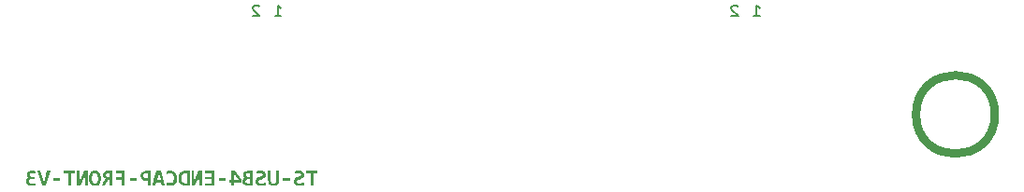
<source format=gbr>
%TF.GenerationSoftware,KiCad,Pcbnew,9.0.0-rc1-661-gd7f89c6576*%
%TF.CreationDate,2025-01-26T19:33:11-05:00*%
%TF.ProjectId,TS_Front_Endcap,54535f46-726f-46e7-945f-456e64636170,rev?*%
%TF.SameCoordinates,Original*%
%TF.FileFunction,Legend,Bot*%
%TF.FilePolarity,Positive*%
%FSLAX46Y46*%
G04 Gerber Fmt 4.6, Leading zero omitted, Abs format (unit mm)*
G04 Created by KiCad (PCBNEW 9.0.0-rc1-661-gd7f89c6576) date 2025-01-26 19:33:11*
%MOMM*%
%LPD*%
G01*
G04 APERTURE LIST*
%ADD10C,0.300000*%
%ADD11C,0.150000*%
%ADD12C,0.800000*%
G04 APERTURE END LIST*
D10*
G36*
X127704635Y-115997061D02*
G01*
X127704635Y-117122533D01*
X127962830Y-117122533D01*
X127962830Y-115997061D01*
X128329652Y-115997061D01*
X128329652Y-115786036D01*
X127337812Y-115786036D01*
X127337812Y-115997061D01*
X127704635Y-115997061D01*
G37*
G36*
X126212158Y-116718250D02*
G01*
X126222773Y-116822916D01*
X126252641Y-116908667D01*
X126301228Y-116982473D01*
X126365848Y-117042116D01*
X126443963Y-117087323D01*
X126539047Y-117120426D01*
X126642160Y-117139368D01*
X126758316Y-117145980D01*
X126862834Y-117142887D01*
X126962197Y-117133798D01*
X127059908Y-117117596D01*
X127156920Y-117093223D01*
X127156920Y-116847027D01*
X127058551Y-116876702D01*
X126955511Y-116900974D01*
X126852563Y-116917277D01*
X126753187Y-116923230D01*
X126684134Y-116919889D01*
X126631187Y-116910957D01*
X126584014Y-116895641D01*
X126549213Y-116877068D01*
X126521365Y-116853016D01*
X126503143Y-116825869D01*
X126492431Y-116794900D01*
X126488763Y-116760198D01*
X126496031Y-116714445D01*
X126516973Y-116677858D01*
X126548704Y-116647248D01*
X126591254Y-116619056D01*
X126696308Y-116572986D01*
X126816201Y-116528931D01*
X126936094Y-116475716D01*
X126992019Y-116442318D01*
X127041149Y-116402077D01*
X127082517Y-116354212D01*
X127115429Y-116297205D01*
X127136067Y-116232360D01*
X127143548Y-116150385D01*
X127136323Y-116073356D01*
X127114880Y-116001000D01*
X127078346Y-115935326D01*
X127024754Y-115877718D01*
X126956742Y-115831552D01*
X126866943Y-115793821D01*
X126765116Y-115771016D01*
X126634301Y-115762588D01*
X126550862Y-115766618D01*
X126464766Y-115776877D01*
X126382792Y-115791806D01*
X126310527Y-115809483D01*
X126310527Y-116038094D01*
X126382243Y-116014647D01*
X126462660Y-115996054D01*
X126546191Y-115983781D01*
X126626058Y-115979476D01*
X126690137Y-115982404D01*
X126738807Y-115990192D01*
X126782250Y-116003446D01*
X126814644Y-116019684D01*
X126840617Y-116041039D01*
X126857692Y-116065938D01*
X126867573Y-116094496D01*
X126870973Y-116126846D01*
X126863914Y-116165938D01*
X126842854Y-116199020D01*
X126811192Y-116226804D01*
X126768024Y-116253242D01*
X126662511Y-116298213D01*
X126541611Y-116343276D01*
X126420711Y-116398047D01*
X126364583Y-116432216D01*
X126315106Y-116472694D01*
X126273257Y-116520440D01*
X126240368Y-116576558D01*
X126219597Y-116639974D01*
X126212158Y-116718250D01*
G37*
G36*
X125845794Y-116677034D02*
G01*
X125845794Y-116454284D01*
X125208412Y-116454284D01*
X125208412Y-116677034D01*
X125845794Y-116677034D01*
G37*
G36*
X123886020Y-116630597D02*
G01*
X123895097Y-116753809D01*
X123920366Y-116855087D01*
X123962869Y-116944880D01*
X124018735Y-117016195D01*
X124089094Y-117072215D01*
X124174990Y-117113282D01*
X124270794Y-117137476D01*
X124381985Y-117145980D01*
X124505881Y-117137205D01*
X124603361Y-117113282D01*
X124688308Y-117072522D01*
X124753021Y-117019218D01*
X124801991Y-116952007D01*
X124836002Y-116869924D01*
X124854875Y-116778851D01*
X124861556Y-116672546D01*
X124861556Y-115786036D01*
X124609498Y-115786036D01*
X124609498Y-116659082D01*
X124606385Y-116724676D01*
X124597774Y-116778974D01*
X124581256Y-116827975D01*
X124556741Y-116867543D01*
X124523922Y-116899358D01*
X124483468Y-116922406D01*
X124436165Y-116935803D01*
X124372735Y-116940816D01*
X124313002Y-116936528D01*
X124267222Y-116924971D01*
X124227732Y-116904153D01*
X124195506Y-116873680D01*
X124170985Y-116834632D01*
X124152458Y-116783004D01*
X124141986Y-116724647D01*
X124138078Y-116648823D01*
X124138078Y-115786036D01*
X123886020Y-115786036D01*
X123886020Y-116630597D01*
G37*
G36*
X122752214Y-116718250D02*
G01*
X122762828Y-116822916D01*
X122792697Y-116908667D01*
X122841284Y-116982473D01*
X122905904Y-117042116D01*
X122984019Y-117087323D01*
X123079102Y-117120426D01*
X123182216Y-117139368D01*
X123298371Y-117145980D01*
X123402890Y-117142887D01*
X123502253Y-117133798D01*
X123599964Y-117117596D01*
X123696976Y-117093223D01*
X123696976Y-116847027D01*
X123598607Y-116876702D01*
X123495567Y-116900974D01*
X123392619Y-116917277D01*
X123293242Y-116923230D01*
X123224190Y-116919889D01*
X123171243Y-116910957D01*
X123124070Y-116895641D01*
X123089269Y-116877068D01*
X123061421Y-116853016D01*
X123043199Y-116825869D01*
X123032487Y-116794900D01*
X123028819Y-116760198D01*
X123036086Y-116714445D01*
X123057029Y-116677858D01*
X123088760Y-116647248D01*
X123131309Y-116619056D01*
X123236364Y-116572986D01*
X123356257Y-116528931D01*
X123476150Y-116475716D01*
X123532074Y-116442318D01*
X123581205Y-116402077D01*
X123622572Y-116354212D01*
X123655485Y-116297205D01*
X123676123Y-116232360D01*
X123683603Y-116150385D01*
X123676379Y-116073356D01*
X123654935Y-116001000D01*
X123618402Y-115935326D01*
X123564810Y-115877718D01*
X123496798Y-115831552D01*
X123406998Y-115793821D01*
X123305172Y-115771016D01*
X123174357Y-115762588D01*
X123090918Y-115766618D01*
X123004822Y-115776877D01*
X122922848Y-115791806D01*
X122850583Y-115809483D01*
X122850583Y-116038094D01*
X122922299Y-116014647D01*
X123002715Y-115996054D01*
X123086247Y-115983781D01*
X123166114Y-115979476D01*
X123230193Y-115982404D01*
X123278863Y-115990192D01*
X123322306Y-116003446D01*
X123354700Y-116019684D01*
X123380673Y-116041039D01*
X123397748Y-116065938D01*
X123407629Y-116094496D01*
X123411028Y-116126846D01*
X123403970Y-116165938D01*
X123382910Y-116199020D01*
X123351248Y-116226804D01*
X123308080Y-116253242D01*
X123202567Y-116298213D01*
X123081667Y-116343276D01*
X122960767Y-116398047D01*
X122904639Y-116432216D01*
X122855162Y-116472694D01*
X122813313Y-116520440D01*
X122780424Y-116576558D01*
X122759653Y-116639974D01*
X122752214Y-116718250D01*
G37*
G36*
X122511879Y-117122533D02*
G01*
X122103016Y-117122533D01*
X121970979Y-117114908D01*
X121863530Y-117093895D01*
X121776515Y-117061669D01*
X121706427Y-117019493D01*
X121647467Y-116962974D01*
X121605107Y-116894613D01*
X121578578Y-116811990D01*
X121569580Y-116716235D01*
X121840700Y-116716235D01*
X121844725Y-116757220D01*
X121856636Y-116795278D01*
X121876151Y-116829675D01*
X121903256Y-116859391D01*
X121936910Y-116883213D01*
X121979552Y-116901981D01*
X122027325Y-116913293D01*
X122085614Y-116917369D01*
X122261835Y-116917369D01*
X122261835Y-116530488D01*
X122105031Y-116530488D01*
X122016487Y-116537020D01*
X121951984Y-116554265D01*
X121905821Y-116579764D01*
X121869743Y-116616684D01*
X121848223Y-116661340D01*
X121840700Y-116716235D01*
X121569580Y-116716235D01*
X121569132Y-116711472D01*
X121574302Y-116648933D01*
X121589099Y-116594602D01*
X121612937Y-116545323D01*
X121643412Y-116503926D01*
X121680574Y-116469054D01*
X121723371Y-116441370D01*
X121770210Y-116421215D01*
X121819176Y-116409038D01*
X121771759Y-116388107D01*
X121732073Y-116361136D01*
X121698157Y-116328145D01*
X121670615Y-116290794D01*
X121649295Y-116249287D01*
X121634253Y-116203599D01*
X121625407Y-116155658D01*
X121625068Y-116150019D01*
X121884755Y-116150019D01*
X121887769Y-116187756D01*
X121896570Y-116222192D01*
X121912029Y-116253608D01*
X121935496Y-116281635D01*
X121965676Y-116304291D01*
X122005197Y-116322301D01*
X122050316Y-116333053D01*
X122109153Y-116337048D01*
X122261835Y-116337048D01*
X122261835Y-115985338D01*
X122109153Y-115985338D01*
X122051051Y-115988518D01*
X122006205Y-115997061D01*
X121966389Y-116011643D01*
X121936504Y-116030034D01*
X121912911Y-116053826D01*
X121897028Y-116081875D01*
X121887927Y-116113590D01*
X121884755Y-116150019D01*
X121625068Y-116150019D01*
X121622438Y-116106238D01*
X121630228Y-116027681D01*
X121652151Y-115963171D01*
X121687345Y-115909772D01*
X121736744Y-115865628D01*
X121794481Y-115833597D01*
X121868366Y-115808643D01*
X121961978Y-115792106D01*
X122079478Y-115786036D01*
X122511879Y-115786036D01*
X122511879Y-117122533D01*
G37*
G36*
X121450796Y-116636276D02*
G01*
X121450796Y-116852888D01*
X120827794Y-116852888D01*
X120827794Y-117122533D01*
X120583887Y-117122533D01*
X120583887Y-116852888D01*
X120381013Y-116852888D01*
X120381013Y-116630139D01*
X120583887Y-116630139D01*
X120824680Y-116630139D01*
X121205882Y-116630139D01*
X120824680Y-116027928D01*
X120824680Y-116630139D01*
X120583887Y-116630139D01*
X120583887Y-115786036D01*
X120928178Y-115786036D01*
X121450796Y-116636276D01*
G37*
G36*
X120079220Y-116677034D02*
G01*
X120079220Y-116454284D01*
X119441838Y-116454284D01*
X119441838Y-116677034D01*
X120079220Y-116677034D01*
G37*
G36*
X118995515Y-117122533D02*
G01*
X118995515Y-115786036D01*
X118189147Y-115786036D01*
X118189147Y-115997061D01*
X118739426Y-115997061D01*
X118739426Y-116331186D01*
X118214792Y-116331186D01*
X118214792Y-116536350D01*
X118739426Y-116536350D01*
X118739426Y-116911507D01*
X118189147Y-116911507D01*
X118189147Y-117122533D01*
X118995515Y-117122533D01*
G37*
G36*
X117272504Y-117122533D02*
G01*
X117631174Y-116324957D01*
X117704905Y-116153133D01*
X117704905Y-116707350D01*
X117704905Y-117122533D01*
X117934432Y-117122533D01*
X117934432Y-115786036D01*
X117625038Y-115786036D01*
X117259223Y-116588740D01*
X117194651Y-116745177D01*
X117194651Y-116155148D01*
X117194651Y-115786036D01*
X116965124Y-115786036D01*
X116965124Y-117122533D01*
X117272504Y-117122533D01*
G37*
G36*
X116789361Y-117122533D02*
G01*
X116449191Y-117122533D01*
X116331546Y-117116620D01*
X116230875Y-117099991D01*
X116144834Y-117073989D01*
X116063618Y-117036148D01*
X115994605Y-116990147D01*
X115936373Y-116935961D01*
X115887402Y-116873041D01*
X115847440Y-116801339D01*
X115816480Y-116719715D01*
X115788018Y-116588540D01*
X115779092Y-116453735D01*
X116048481Y-116453735D01*
X116055825Y-116574964D01*
X116075763Y-116670130D01*
X116105872Y-116744164D01*
X116144834Y-116801139D01*
X116196485Y-116847973D01*
X116259026Y-116882158D01*
X116334713Y-116903780D01*
X116426660Y-116911507D01*
X116537302Y-116911507D01*
X116537302Y-115997061D01*
X116409166Y-115997061D01*
X116310694Y-116005358D01*
X116236059Y-116027744D01*
X116173025Y-116065699D01*
X116124867Y-116117137D01*
X116090019Y-116180707D01*
X116065883Y-116260661D01*
X116053091Y-116348501D01*
X116048481Y-116453735D01*
X115779092Y-116453735D01*
X115778012Y-116437431D01*
X115782720Y-116324395D01*
X115795932Y-116227605D01*
X115816480Y-116144981D01*
X115847255Y-116066003D01*
X115885719Y-115999006D01*
X115931702Y-115942473D01*
X115986426Y-115894475D01*
X116050076Y-115855149D01*
X116123860Y-115824412D01*
X116244628Y-115796221D01*
X116392771Y-115786036D01*
X116789361Y-115786036D01*
X116789361Y-117122533D01*
G37*
G36*
X114695406Y-117063914D02*
G01*
X114784512Y-117098056D01*
X114868055Y-117121342D01*
X114952696Y-117135366D01*
X115041711Y-117140118D01*
X115137373Y-117135059D01*
X115222152Y-117120592D01*
X115297434Y-117097528D01*
X115368334Y-117064162D01*
X115430555Y-117022034D01*
X115485012Y-116970858D01*
X115530865Y-116911703D01*
X115569512Y-116842602D01*
X115600783Y-116762213D01*
X115621970Y-116678220D01*
X115635424Y-116582166D01*
X115640168Y-116472419D01*
X115635045Y-116360104D01*
X115620401Y-116260230D01*
X115597120Y-116171359D01*
X115563437Y-116086154D01*
X115522407Y-116012398D01*
X115474205Y-115948793D01*
X115417199Y-115893114D01*
X115352742Y-115847088D01*
X115280031Y-115810307D01*
X115202483Y-115784257D01*
X115117300Y-115768154D01*
X115023302Y-115762588D01*
X114936748Y-115764603D01*
X114857339Y-115772114D01*
X114778479Y-115786494D01*
X114695406Y-115809483D01*
X114695406Y-116061542D01*
X114782345Y-116025596D01*
X114861460Y-116002832D01*
X114938852Y-115989458D01*
X115004892Y-115985338D01*
X115095597Y-115994427D01*
X115167832Y-116019684D01*
X115229432Y-116060859D01*
X115279024Y-116115855D01*
X115316185Y-116182286D01*
X115343046Y-116263225D01*
X115358165Y-116351079D01*
X115363471Y-116450987D01*
X115357939Y-116556312D01*
X115342497Y-116644885D01*
X115314968Y-116725394D01*
X115277375Y-116789691D01*
X115227319Y-116841903D01*
X115164718Y-116880274D01*
X115091930Y-116903252D01*
X115001778Y-116911507D01*
X114928505Y-116904729D01*
X114848638Y-116886777D01*
X114768679Y-116860490D01*
X114695406Y-116829441D01*
X114695406Y-117063914D01*
G37*
G36*
X114566720Y-117122533D02*
G01*
X114316677Y-117122533D01*
X114240931Y-116858750D01*
X113773633Y-116858750D01*
X113699902Y-117122533D01*
X113421191Y-117122533D01*
X113560313Y-116653586D01*
X113829962Y-116653586D01*
X114180481Y-116653586D01*
X114004168Y-116027103D01*
X113829962Y-116653586D01*
X113560313Y-116653586D01*
X113817688Y-115786036D01*
X114170222Y-115786036D01*
X114566720Y-117122533D01*
G37*
G36*
X113279225Y-117122533D02*
G01*
X113025059Y-117122533D01*
X113025059Y-116694619D01*
X112897015Y-116694619D01*
X112766605Y-116685153D01*
X112659336Y-116658807D01*
X112563805Y-116614867D01*
X112488244Y-116558423D01*
X112428082Y-116487939D01*
X112384746Y-116405283D01*
X112358772Y-116313753D01*
X112351394Y-116229703D01*
X112614182Y-116229703D01*
X112618834Y-116285740D01*
X112632134Y-116334300D01*
X112654317Y-116377918D01*
X112684432Y-116414534D01*
X112722125Y-116443785D01*
X112768879Y-116465825D01*
X112821385Y-116478912D01*
X112884650Y-116483593D01*
X113025059Y-116483593D01*
X113025059Y-115997061D01*
X112892893Y-115997061D01*
X112823869Y-116001431D01*
X112768971Y-116013365D01*
X112720209Y-116033664D01*
X112682326Y-116060076D01*
X112652388Y-116093639D01*
X112631126Y-116133715D01*
X112618557Y-116178503D01*
X112614182Y-116229703D01*
X112351394Y-116229703D01*
X112349850Y-116212117D01*
X112359056Y-116113621D01*
X112385204Y-116030401D01*
X112428740Y-115957286D01*
X112488702Y-115896678D01*
X112562953Y-115849820D01*
X112656772Y-115814246D01*
X112760811Y-115793509D01*
X112886757Y-115786036D01*
X113279225Y-115786036D01*
X113279225Y-117122533D01*
G37*
G36*
X112006017Y-116677034D02*
G01*
X112006017Y-116454284D01*
X111368635Y-116454284D01*
X111368635Y-116677034D01*
X112006017Y-116677034D01*
G37*
G36*
X110666223Y-115997061D02*
G01*
X110666223Y-116372218D01*
X110159999Y-116372218D01*
X110159999Y-116577382D01*
X110666223Y-116577382D01*
X110666223Y-117122533D01*
X110922312Y-117122533D01*
X110922312Y-115786036D01*
X110131331Y-115786036D01*
X110131331Y-115997061D01*
X110666223Y-115997061D01*
G37*
G36*
X109825417Y-117122533D02*
G01*
X109573358Y-117122533D01*
X109573358Y-116571521D01*
X109525181Y-116571521D01*
X109463953Y-116579532D01*
X109412982Y-116602570D01*
X109371344Y-116640211D01*
X109338702Y-116694711D01*
X109150116Y-117122533D01*
X108854002Y-117122533D01*
X109068142Y-116676392D01*
X109111519Y-116597014D01*
X109150208Y-116544868D01*
X109194383Y-116507000D01*
X109240333Y-116488448D01*
X109178659Y-116474194D01*
X109123005Y-116452635D01*
X109072686Y-116422860D01*
X109030315Y-116385591D01*
X108995939Y-116340576D01*
X108969773Y-116286764D01*
X108953885Y-116226860D01*
X108950179Y-116180060D01*
X109212673Y-116180060D01*
X109217465Y-116224923D01*
X109231174Y-116262950D01*
X109253337Y-116296021D01*
X109283381Y-116323492D01*
X109319807Y-116344426D01*
X109364897Y-116360037D01*
X109414047Y-116369038D01*
X109470868Y-116372218D01*
X109573358Y-116372218D01*
X109573358Y-115997061D01*
X109462716Y-115997061D01*
X109379955Y-116002722D01*
X109319137Y-116017683D01*
X109275229Y-116039743D01*
X109241504Y-116072821D01*
X109220410Y-116118184D01*
X109212673Y-116180060D01*
X108950179Y-116180060D01*
X108948249Y-116155697D01*
X108957430Y-116058309D01*
X108982596Y-115982682D01*
X109024349Y-115918540D01*
X109080507Y-115868010D01*
X109148968Y-115830929D01*
X109234197Y-115804995D01*
X109327062Y-115791004D01*
X109434964Y-115786036D01*
X109825417Y-115786036D01*
X109825417Y-117122533D01*
G37*
G36*
X108330158Y-115772953D02*
G01*
X108432866Y-115803530D01*
X108496259Y-115835511D01*
X108554115Y-115877228D01*
X108606981Y-115929376D01*
X108651567Y-115988990D01*
X108690643Y-116060692D01*
X108723851Y-116146263D01*
X108746574Y-116235236D01*
X108761159Y-116339218D01*
X108766349Y-116460421D01*
X108756473Y-116630856D01*
X108729283Y-116769173D01*
X108687635Y-116880846D01*
X108633176Y-116970491D01*
X108575959Y-117032490D01*
X108509260Y-117080700D01*
X108431744Y-117115984D01*
X108341380Y-117138153D01*
X108235579Y-117145980D01*
X108124618Y-117135613D01*
X108021989Y-117105039D01*
X107958537Y-117073052D01*
X107900652Y-117031334D01*
X107847783Y-116979192D01*
X107803205Y-116919575D01*
X107764159Y-116847873D01*
X107731004Y-116762305D01*
X107708232Y-116673328D01*
X107693616Y-116569346D01*
X107688941Y-116460421D01*
X107954853Y-116460421D01*
X107958949Y-116567468D01*
X107970240Y-116655784D01*
X107990789Y-116736531D01*
X108018417Y-116799033D01*
X108056446Y-116850778D01*
X108102864Y-116887327D01*
X108158328Y-116909484D01*
X108227336Y-116917369D01*
X108296818Y-116909568D01*
X108352970Y-116887620D01*
X108398794Y-116852044D01*
X108435889Y-116801139D01*
X108468539Y-116720521D01*
X108491223Y-116606186D01*
X108499911Y-116448147D01*
X108495813Y-116341111D01*
X108484524Y-116252875D01*
X108463861Y-116172084D01*
X108435889Y-116109535D01*
X108397445Y-116057739D01*
X108351350Y-116021333D01*
X108296338Y-115999126D01*
X108227336Y-115991200D01*
X108157368Y-115999033D01*
X108101038Y-116021036D01*
X108055268Y-116056639D01*
X108018417Y-116107520D01*
X107986013Y-116188049D01*
X107963484Y-116302347D01*
X107954853Y-116460421D01*
X107688941Y-116460421D01*
X107688414Y-116448147D01*
X107698316Y-116277128D01*
X107725553Y-116138599D01*
X107767232Y-116026993D01*
X107821679Y-115937619D01*
X107878836Y-115875807D01*
X107945491Y-115827724D01*
X108022986Y-115792523D01*
X108113353Y-115770400D01*
X108219184Y-115762588D01*
X108330158Y-115772953D01*
G37*
G36*
X106892671Y-117122533D02*
G01*
X107251342Y-116324957D01*
X107325072Y-116153133D01*
X107325072Y-116707350D01*
X107325072Y-117122533D01*
X107554600Y-117122533D01*
X107554600Y-115786036D01*
X107245205Y-115786036D01*
X106879390Y-116588740D01*
X106814819Y-116745177D01*
X106814819Y-116155148D01*
X106814819Y-115786036D01*
X106585291Y-115786036D01*
X106585291Y-117122533D01*
X106892671Y-117122533D01*
G37*
G36*
X105791655Y-115997061D02*
G01*
X105791655Y-117122533D01*
X106049850Y-117122533D01*
X106049850Y-115997061D01*
X106416672Y-115997061D01*
X106416672Y-115786036D01*
X105424833Y-115786036D01*
X105424833Y-115997061D01*
X105791655Y-115997061D01*
G37*
G36*
X105086129Y-116677034D02*
G01*
X105086129Y-116454284D01*
X104448747Y-116454284D01*
X104448747Y-116677034D01*
X105086129Y-116677034D01*
G37*
G36*
X103448114Y-117122533D02*
G01*
X103782147Y-117122533D01*
X104191009Y-115786036D01*
X103905154Y-115786036D01*
X103678649Y-116590846D01*
X103605926Y-116854629D01*
X103530088Y-116575459D01*
X103305690Y-115786036D01*
X103037237Y-115786036D01*
X103448114Y-117122533D01*
G37*
G36*
X101992549Y-116716418D02*
G01*
X102002068Y-116812292D01*
X102029460Y-116895387D01*
X102075627Y-116968259D01*
X102142667Y-117030667D01*
X102225976Y-117078719D01*
X102334825Y-117116304D01*
X102455982Y-117138022D01*
X102607308Y-117145980D01*
X102680673Y-117144240D01*
X102756968Y-117139568D01*
X102830790Y-117132516D01*
X102895270Y-117122533D01*
X102895270Y-116905645D01*
X102750282Y-116926802D01*
X102582762Y-116934954D01*
X102500686Y-116931118D01*
X102436216Y-116920757D01*
X102378378Y-116902657D01*
X102334825Y-116879633D01*
X102299720Y-116849154D01*
X102275840Y-116813138D01*
X102261766Y-116771642D01*
X102256881Y-116723745D01*
X102261849Y-116681450D01*
X102276390Y-116643969D01*
X102300415Y-116611418D01*
X102335832Y-116583153D01*
X102379312Y-116561655D01*
X102437773Y-116544318D01*
X102502633Y-116534219D01*
X102584777Y-116530488D01*
X102733337Y-116530488D01*
X102733337Y-116337048D01*
X102597050Y-116337048D01*
X102520712Y-116332687D01*
X102464426Y-116321202D01*
X102415365Y-116301879D01*
X102380345Y-116278887D01*
X102353431Y-116249682D01*
X102335832Y-116216147D01*
X102325827Y-116179123D01*
X102322460Y-116140035D01*
X102328867Y-116088121D01*
X102346737Y-116047702D01*
X102375766Y-116016021D01*
X102413746Y-115994067D01*
X102467102Y-115979237D01*
X102540721Y-115973614D01*
X102620143Y-115977625D01*
X102698533Y-115989643D01*
X102859367Y-116032232D01*
X102859367Y-115821207D01*
X102771256Y-115794554D01*
X102687267Y-115776510D01*
X102602179Y-115765794D01*
X102513061Y-115762588D01*
X102406136Y-115768875D01*
X102318888Y-115786219D01*
X102240330Y-115815585D01*
X102178479Y-115853355D01*
X102128447Y-115901972D01*
X102092933Y-115959601D01*
X102071630Y-116024794D01*
X102064265Y-116099094D01*
X102071096Y-116178766D01*
X102090130Y-116243612D01*
X102120135Y-116296564D01*
X102161354Y-116342009D01*
X102212912Y-116380443D01*
X102276390Y-116411969D01*
X102214035Y-116426202D01*
X102159611Y-116447323D01*
X102110691Y-116476269D01*
X102069943Y-116511895D01*
X102036895Y-116554262D01*
X102012516Y-116602662D01*
X101997702Y-116655790D01*
X101992549Y-116716418D01*
G37*
D11*
X167799411Y-101744852D02*
X168370839Y-101744852D01*
X168085125Y-101744852D02*
X168085125Y-100744852D01*
X168085125Y-100744852D02*
X168180363Y-100887709D01*
X168180363Y-100887709D02*
X168275601Y-100982947D01*
X168275601Y-100982947D02*
X168370839Y-101030566D01*
X166370839Y-100840090D02*
X166323220Y-100792471D01*
X166323220Y-100792471D02*
X166227982Y-100744852D01*
X166227982Y-100744852D02*
X165989887Y-100744852D01*
X165989887Y-100744852D02*
X165894649Y-100792471D01*
X165894649Y-100792471D02*
X165847030Y-100840090D01*
X165847030Y-100840090D02*
X165799411Y-100935328D01*
X165799411Y-100935328D02*
X165799411Y-101030566D01*
X165799411Y-101030566D02*
X165847030Y-101173423D01*
X165847030Y-101173423D02*
X166418458Y-101744852D01*
X166418458Y-101744852D02*
X165799411Y-101744852D01*
X123070839Y-100840090D02*
X123023220Y-100792471D01*
X123023220Y-100792471D02*
X122927982Y-100744852D01*
X122927982Y-100744852D02*
X122689887Y-100744852D01*
X122689887Y-100744852D02*
X122594649Y-100792471D01*
X122594649Y-100792471D02*
X122547030Y-100840090D01*
X122547030Y-100840090D02*
X122499411Y-100935328D01*
X122499411Y-100935328D02*
X122499411Y-101030566D01*
X122499411Y-101030566D02*
X122547030Y-101173423D01*
X122547030Y-101173423D02*
X123118458Y-101744852D01*
X123118458Y-101744852D02*
X122499411Y-101744852D01*
X124499411Y-101744852D02*
X125070839Y-101744852D01*
X124785125Y-101744852D02*
X124785125Y-100744852D01*
X124785125Y-100744852D02*
X124880363Y-100887709D01*
X124880363Y-100887709D02*
X124975601Y-100982947D01*
X124975601Y-100982947D02*
X125070839Y-101030566D01*
D12*
%TO.C,REF\u002A\u002A*%
X189633958Y-110667129D02*
G75*
G02*
X182492500Y-110667129I-3570729J0D01*
G01*
X182492500Y-110667129D02*
G75*
G02*
X189633958Y-110667129I3570729J0D01*
G01*
%TD*%
M02*

</source>
